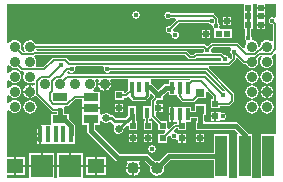
<source format=gbl>
G04 ================== begin FILE IDENTIFICATION RECORD ==================*
G04 Layout Name:  C:/Users/msahadat3/Dropbox/GATech/eTDS_PCB/allegro/ETDS_PCB_V1_4.brd*
G04 Film Name:    BOTTOM*
G04 File Format:  Gerber RS274X*
G04 File Origin:  Cadence Allegro 16.6-2015-S056*
G04 Origin Date:  Mon Oct 12 16:32:23 2015*
G04 *
G04 Layer:  VIA CLASS/BOTTOM*
G04 Layer:  PIN/BOTTOM*
G04 Layer:  ETCH/BOTTOM*
G04 *
G04 Offset:    (0.00 0.00)*
G04 Mirror:    No*
G04 Mode:      Positive*
G04 Rotation:  0*
G04 FullContactRelief:  No*
G04 UndefLineWidth:     5.00*
G04 ================== end FILE IDENTIFICATION RECORD ====================*
%FSLAX25Y25*MOIN*%
%IR0*IPPOS*OFA0.00000B0.00000*MIA0B0*SFA1.00000B1.00000*%
%ADD18C,.04*%
%ADD13C,.015*%
%ADD17C,.025*%
%ADD14C,.035*%
%ADD22R,.03937X.138*%
%ADD11R,.0748X.0748*%
%ADD21R,.012X.04*%
%ADD19R,.016X.036*%
%ADD20R,.028X.028*%
%ADD16R,.019X.019*%
%ADD15R,.049X.025*%
%ADD23R,.019X.019*%
%ADD12R,.01574X.05314*%
%ADD10R,.05709X.05118*%
%ADD24C,.01*%
%ADD25C,.005*%
%ADD28C,.02504*%
%ADD26C,.04504*%
%ADD27R,.06712X.0612*%
%ADD29R,.02904X.02904*%
G75*
%LPD*%
G75*
G36*
G01X749851Y1654901D02*
Y1655790D01*
X755956D01*
Y1661910D01*
X749851D01*
Y1677046D01*
G02X750575Y1677280I400J0D01*
G03Y1679920I1825J1320D01*
G02X749851Y1680154I-324J234D01*
G01Y1682046D01*
G02X750575Y1682280I400J0D01*
G03Y1684920I1825J1320D01*
G02X749851Y1685154I-324J234D01*
G01Y1687046D01*
G02X750575Y1687280I400J0D01*
G03Y1689920I1825J1320D01*
G02X749851Y1690154I-324J234D01*
G01Y1692046D01*
G02X750575Y1692280I400J0D01*
G03X753250Y1691514I1825J1320D01*
G01X753373Y1691565D01*
X754589Y1690348D01*
X755116D01*
G02X755461Y1689745I1J-400D01*
G03X758460Y1686613I1939J-1145D01*
G02X759048Y1686260I188J-353D01*
G01Y1685940D01*
G02X758460Y1685587I-400J0D01*
G03X759064Y1682082I-1060J-1987D01*
G02X759642Y1682095I295J-270D01*
G01X764989Y1676748D01*
X766348D01*
Y1676072D01*
X764648D01*
Y1672539D01*
X759691D01*
Y1666221D01*
X772509D01*
Y1672539D01*
X772472D01*
Y1672540D01*
X770552Y1674460D01*
Y1676072D01*
X768852D01*
Y1677500D01*
G03X768716Y1678067I-1252J0D01*
G02X769072Y1678648I356J181D01*
G01X770272D01*
X772672Y1681048D01*
X774948D01*
Y1672568D01*
X776648D01*
Y1669982D01*
X786282Y1660348D01*
X789776D01*
G02X790072Y1659680I-1J-400D01*
G03X793780I1854J-1680D01*
G02X794076Y1660348I297J268D01*
G01X795682D01*
X797381Y1658649D01*
X797357Y1658542D01*
G03X802243I2443J-542D01*
G01X802219Y1658649D01*
X804318Y1660748D01*
X818778D01*
Y1654901D01*
X775022D01*
Y1663092D01*
X766538D01*
Y1654901D01*
X765662D01*
Y1663092D01*
X757178D01*
Y1654901D01*
X749851D01*
G37*
G36*
G01X759339Y1692455D02*
G03X758937Y1695246I-1939J1145D01*
G01X758935Y1695248D01*
X758791Y1695392D01*
X759047Y1695648D01*
X809267D01*
X810567Y1694348D01*
X812433D01*
X813033Y1694948D01*
X820989D01*
X821258Y1694680D01*
X821251Y1694589D01*
G03X821295Y1694160I1249J-89D01*
G02X820910Y1693652I-385J-108D01*
G01X770933D01*
X769633Y1694952D01*
X765090D01*
X761990Y1691852D01*
X759684D01*
G02X759339Y1692455I-1J400D01*
G37*
G36*
G01X811189Y1695852D02*
X809889Y1697152D01*
X759836D01*
G02X759469Y1697710I0J400D01*
G03X759476Y1697726I-2060J911D01*
G01X759527Y1697848D01*
X815189D01*
X815358Y1697680D01*
X815351Y1697589D01*
G03X815449Y1697008I1249J-88D01*
G02X815081Y1696452I-368J-156D01*
G01X812411D01*
X811811Y1695852D01*
X811189D01*
G37*
G36*
G01X755211Y1696852D02*
X754435Y1697627D01*
X754486Y1697750D01*
G03X750575Y1699920I-2085J851D01*
G02X749851Y1700154I-324J234D01*
G01Y1712699D01*
X828848D01*
Y1704448D01*
X829298D01*
Y1704015D01*
X829198Y1703915D01*
Y1702351D01*
G03X829516Y1700551I1002J-751D01*
G02X829615Y1699973I-219J-335D01*
G03X829156Y1698406I1785J-1374D01*
G02X828475Y1698089I-398J-34D01*
G01X826712Y1699852D01*
X817889D01*
X816780Y1698742D01*
X816689Y1698749D01*
G03X816511I-89J-1249D01*
G01X816420Y1698742D01*
X815811Y1699352D01*
X759527D01*
X759476Y1699474D01*
G03X755654Y1697178I-2076J-874D01*
G01X755699Y1697123D01*
Y1696852D01*
X755211D01*
G37*
G36*
G01X822345Y1683992D02*
X822123Y1683770D01*
X822012Y1683798D01*
G03X821611Y1683835I-314J-1212D01*
G01X821520Y1683828D01*
X815997Y1689352D01*
X770241D01*
G02X769958Y1690034I0J400D01*
G01X770211Y1690288D01*
X770394D01*
X770454Y1690219D01*
G03X772531Y1691577I946J820D01*
G02X772892Y1692148I361J171D01*
G01X781814D01*
G02X782175Y1691577I0J-400D01*
G03X784307Y1690288I1131J-538D01*
G01X816050D01*
X822345Y1683992D01*
G37*
G36*
G01X823718Y1654901D02*
Y1669402D01*
X818778D01*
Y1663252D01*
X803282D01*
X800449Y1660419D01*
X800342Y1660443D01*
G03X799258I-542J-2443D01*
G01X799151Y1660419D01*
X796718Y1662852D01*
X787318D01*
X779152Y1671018D01*
Y1672568D01*
X780852D01*
Y1673417D01*
G02X781558Y1673674I400J0D01*
G03X784106Y1673529I1342J1126D01*
G02X784385Y1673526I138J-145D01*
G01X785264Y1672647D01*
G02X785532Y1672034I-67J-394D01*
G03X788739Y1671291I1468J-957D01*
G01X788727Y1671388D01*
X789666Y1672326D01*
G02X790348Y1672044I282J-283D01*
G01Y1670748D01*
X793252D01*
Y1673652D01*
X792802D01*
Y1676588D01*
X792674Y1676715D01*
Y1678902D01*
X790072D01*
Y1675715D01*
X789012Y1674656D01*
X786088D01*
X784942Y1675802D01*
X784338D01*
G03X781558Y1675926I-1437J-1002D01*
G02X780852Y1676183I-306J257D01*
G01Y1683552D01*
X778975D01*
G02X778728Y1684266I0J400D01*
G03X779247Y1687236I-1389J1773D01*
G02X779585Y1687848I339J212D01*
G01X780093D01*
G02X780431Y1687236I-1J-400D01*
G03X784247I1908J-1197D01*
G02X784585Y1687848I339J212D01*
G01X790071D01*
Y1683961D01*
X789162Y1683052D01*
X788752D01*
Y1683752D01*
X785848D01*
Y1680848D01*
X788752D01*
Y1681548D01*
X789784D01*
X790296Y1682060D01*
X791758Y1680598D01*
X796106D01*
X797492Y1681985D01*
Y1682898D01*
X797793D01*
X797891Y1682939D01*
X798848Y1681982D01*
Y1681911D01*
X797848Y1680911D01*
Y1678902D01*
X795190D01*
Y1674298D01*
X795740D01*
Y1673652D01*
X795348D01*
Y1670748D01*
X798252D01*
Y1673652D01*
X797242D01*
Y1674298D01*
X797792D01*
Y1674562D01*
G02X798134Y1674703I200J0D01*
G01X800248Y1672589D01*
Y1670748D01*
X802420D01*
G02X802703Y1670066I0J-400D01*
G01X802089Y1669452D01*
X800248D01*
Y1666548D01*
X803152D01*
Y1668389D01*
X803674Y1668911D01*
G02X804355Y1668670I283J-283D01*
G03X806167Y1667684I1245J130D01*
G02X806748Y1667327I181J-357D01*
G01Y1666548D01*
X809652D01*
Y1669452D01*
X806669D01*
G03X805730Y1670045I-1069J-652D01*
G02X805489Y1670726I42J398D01*
G01X806211Y1671448D01*
X806748D01*
Y1670748D01*
X809652D01*
Y1673498D01*
X811102D01*
Y1674748D01*
X813048D01*
Y1673652D01*
X812848D01*
Y1670748D01*
X815752D01*
Y1670948D01*
X825483D01*
X826783Y1669648D01*
X826681Y1669402D01*
X826652D01*
Y1654901D01*
X823718D01*
G37*
G36*
G01X831592D02*
Y1669402D01*
X830374D01*
Y1669597D01*
X826519Y1673452D01*
X815752D01*
Y1673652D01*
X815552D01*
Y1675698D01*
X816202D01*
Y1679502D01*
X812398D01*
Y1677468D01*
X812182Y1677252D01*
X811102D01*
Y1678502D01*
X803698D01*
Y1673498D01*
X806648D01*
Y1672952D01*
X805589D01*
X803834Y1671197D01*
G02X803151Y1671480I-283J283D01*
G01X803152Y1673652D01*
X801311D01*
X799352Y1675611D01*
Y1676648D01*
X801752D01*
Y1679552D01*
X799352D01*
Y1680289D01*
X799911Y1680848D01*
X801752D01*
Y1681982D01*
X803318Y1683548D01*
X803698D01*
Y1682298D01*
X806648D01*
Y1681739D01*
X808339Y1680048D01*
X812211D01*
X813461Y1681298D01*
X816202D01*
Y1683331D01*
G02X816884Y1683614I400J0D01*
G01X818548Y1681950D01*
Y1681052D01*
X817848D01*
Y1678148D01*
X820752D01*
Y1678848D01*
X824211D01*
X825652Y1680289D01*
Y1682811D01*
X816997Y1691466D01*
G02X817280Y1692148I283J282D01*
G01X824111D01*
X826252Y1694289D01*
Y1694603D01*
G02X826593Y1694744I200J0D01*
G01X828489Y1692848D01*
X829273D01*
X829324Y1692726D01*
G03X833489Y1694441I2076J874D01*
G01X833440Y1694563D01*
X834225Y1695348D01*
X834699D01*
Y1695077D01*
X834654Y1695022D01*
G03X838058Y1695124I1746J-1422D01*
G01X837928Y1695265D01*
X838917Y1696254D01*
G02X839600Y1695972I283J-282D01*
G01Y1669402D01*
X834526D01*
Y1654901D01*
X831592D01*
G37*
G36*
G01X800300Y1684070D02*
X797918Y1686452D01*
X797793D01*
Y1687848D01*
X810803D01*
G02X810944Y1687507I0J-200D01*
G01X810739Y1687302D01*
X803698D01*
Y1686052D01*
X802282D01*
X800300Y1684070D01*
G37*
G36*
G01X824399Y1694561D02*
G02X823725Y1694761I-283J283D01*
G03X822411Y1695749I-1225J-261D01*
G01X822320Y1695742D01*
X821611Y1696452D01*
X818119D01*
G02X817751Y1697008I0J400D01*
G03X817849Y1697589I-1151J493D01*
G01X817842Y1697680D01*
X818511Y1698348D01*
X824223D01*
G02X824533Y1697695I0J-400D01*
G03X824748Y1695899I967J-795D01*
G01Y1694911D01*
X824399Y1694561D01*
G37*
G36*
G01X837852Y1700322D02*
G03X834167Y1698889I-1452J-1722D01*
G01X834158Y1698822D01*
X833845Y1698508D01*
X833651Y1698702D01*
X833645Y1698776D01*
G03X831746Y1700825I-2245J-176D01*
G02X831419Y1701312I62J395D01*
G03X831202Y1702351I-1219J288D01*
G01Y1703085D01*
X831302Y1703185D01*
Y1704448D01*
X831752D01*
Y1712699D01*
X833048D01*
Y1704448D01*
X835952D01*
Y1712699D01*
X839600D01*
Y1708514D01*
G02X838958Y1708196I-400J0D01*
G03X838289Y1705950I-758J-997D01*
G01X838380Y1705957D01*
X838510Y1705827D01*
Y1700627D01*
G02X837852Y1700322I-400J1D01*
G37*
%LPC*%
G75*
G36*
G01X805654Y1703620D02*
G02X804666Y1702564I252J-1226D01*
G03X804189Y1703011I-396J55D01*
G02X804026Y1705486I-252J1226D01*
G01X804117Y1705479D01*
X806103Y1707466D01*
G03X805820Y1708148I-283J282D01*
G01X804501D01*
G02Y1709652I-1001J752D01*
G01X818711D01*
X818911Y1709452D01*
X818933D01*
X820251Y1708133D01*
Y1706501D01*
G02X820616Y1704933I-751J-1001D01*
G03X820973Y1704352I357J-181D01*
G01X824752D01*
Y1701448D01*
X818948D01*
Y1704376D01*
G02X818249Y1705542I552J1124D01*
G03X817886Y1705953I-400J13D01*
G02X816999Y1706448I114J1247D01*
G01X807211D01*
X805179Y1704417D01*
X805186Y1704326D01*
G02X805177Y1704067I-1249J-86D01*
G03X805654Y1703620I396J-55D01*
G37*
G36*
G01X820752Y1674056D02*
Y1673948D01*
X817848D01*
Y1676852D01*
X820752D01*
G03X821284Y1676481I400J6D01*
G02X821055Y1674227I416J-1181D01*
G03X820752Y1674056I-103J-171D01*
G37*
G54D28*
X792800Y1709100D03*
X798032Y1664432D03*
G54D26*
X757400Y1678600D03*
X836400D03*
X831400D03*
X836400Y1683600D03*
X831400D03*
X836400Y1688600D03*
X831400D03*
G54D27*
X779600Y1658850D03*
G54D29*
X816200Y1702900D03*
X823300Y1707100D03*
X787300Y1678100D03*
X796800Y1668000D03*
X791800D03*
X814300D03*
%LPD*%
G75*
G54D10*
X752600Y1658850D03*
X779600D03*
G54D20*
X814300Y1677600D03*
Y1683200D03*
G54D11*
X761420Y1658850D03*
X770780D03*
G54D12*
X760980Y1669380D03*
X771220D03*
X768650D03*
X763540D03*
X766100D03*
G54D21*
X804800Y1676000D03*
X807400D03*
X810000D03*
Y1684800D03*
X807400D03*
X804800D03*
G54D22*
X821248Y1662000D03*
X836996D03*
X829122D03*
G54D13*
G01X767600Y1674320D02*
X768922D01*
X771220Y1672022D01*
Y1669380D01*
G01X767600Y1674320D02*
Y1677500D01*
G01X799800Y1658000D02*
X796200Y1661600D01*
X786800D01*
X777900Y1670500D01*
Y1674320D01*
G01X799800Y1658000D02*
X803800Y1662000D01*
X821248D01*
G01X796491Y1685200D02*
X797400D01*
X800300Y1682300D01*
G01X804800Y1684800D02*
X802800D01*
X800300Y1682300D01*
G01X810000Y1676000D02*
X812700D01*
X814300Y1677600D01*
G01D02*
Y1672200D01*
G01D02*
X826001D01*
X829122Y1669079D01*
Y1662000D01*
X752400Y1658400D03*
X759708Y1663754D03*
X754708D03*
X759708Y1675754D03*
X754708D03*
X759708Y1671754D03*
X754708D03*
X759708Y1667754D03*
X754708D03*
Y1703754D03*
Y1707754D03*
X768200Y1658200D03*
X773200Y1656600D03*
X761600Y1658600D03*
X764708Y1663754D03*
X767600Y1677500D03*
X767900Y1692600D03*
X771400Y1691039D03*
X767600Y1681800D03*
X769708Y1703754D03*
Y1707754D03*
X778400Y1663600D03*
X774708Y1671754D03*
Y1667754D03*
X775600Y1691200D03*
X783306Y1691039D03*
X782200Y1694600D03*
X783000Y1710400D03*
X798032Y1664432D03*
X792400Y1665200D03*
X789000Y1665000D03*
X800300Y1678100D03*
X793932Y1685200D03*
X800215Y1685215D03*
X799708Y1703754D03*
X794708D03*
X789708D03*
X792800Y1709100D03*
X799708Y1707754D03*
X813200Y1657400D03*
X805600Y1668800D03*
X805906Y1702394D03*
X811600Y1697000D03*
X809708Y1703754D03*
X803937Y1704237D03*
X807600Y1711400D03*
X803500Y1708900D03*
X824708Y1659754D03*
X821700Y1675300D03*
X824708Y1675754D03*
X825200Y1668600D03*
X818600Y1691400D03*
X821700Y1682586D03*
X825000Y1705000D03*
X819200Y1697400D03*
X825500Y1696900D03*
X816600Y1697500D03*
X822500Y1694500D03*
X818000Y1707200D03*
X819500Y1705500D03*
X820354Y1702854D03*
X823300Y1702900D03*
X829708Y1675754D03*
Y1671754D03*
X830200Y1705600D03*
Y1701600D03*
X833800Y1701400D03*
X836600Y1703600D03*
X838200Y1707199D03*
X830300Y1711300D03*
G54D23*
X820400Y1702900D03*
X816200D03*
X834500Y1705900D03*
X830300D03*
X834500Y1711300D03*
X830300D03*
X834500Y1708700D03*
X830300D03*
G54D14*
X757400Y1678600D03*
X752400D03*
X757400Y1683600D03*
X752400D03*
X757400Y1688600D03*
X752400D03*
X757400Y1693600D03*
X752400D03*
X762339Y1686039D03*
X757400Y1698600D03*
X752400D03*
X767339Y1686039D03*
X772339D03*
X777339D03*
X782339D03*
X836400Y1678600D03*
X831400D03*
X836400Y1683600D03*
X831400D03*
X836400Y1688600D03*
X831400D03*
X836400Y1693600D03*
X831400D03*
X836400Y1698600D03*
X831400D03*
G54D24*
G01X787000Y1671077D02*
X789211Y1673288D01*
G01D02*
X788845Y1673654D01*
X785673D01*
X784527Y1674800D01*
X782900D01*
G01X791373Y1676600D02*
Y1675600D01*
X789689Y1673916D01*
Y1673766D01*
X789211Y1673288D01*
G01X791800Y1672200D02*
Y1676173D01*
X791373Y1676600D01*
G01Y1685200D02*
Y1684200D01*
G01X796491Y1685200D02*
Y1682400D01*
X795691Y1681600D01*
X792173D01*
X791373Y1682400D01*
Y1684200D01*
G01X830200Y1701600D02*
Y1703500D01*
X830300Y1703600D01*
Y1705900D01*
G01D02*
Y1708700D01*
G01D02*
Y1711300D01*
G54D15*
X767600Y1674320D03*
Y1681800D03*
X777900Y1674320D03*
Y1678060D03*
Y1681800D03*
G54D25*
G01X756978Y1658850D02*
X761420D01*
G01X752600Y1655589D02*
Y1658850D01*
G01D02*
Y1662111D01*
G01Y1658850D02*
X756157D01*
G01X759491Y1669380D02*
X760980D01*
G01X767900Y1692600D02*
X763839Y1688539D01*
X761303D01*
X759800Y1687036D01*
Y1684736D01*
X759900Y1684636D01*
Y1682900D01*
X765300Y1677500D01*
X767600D01*
G01X757400Y1681148D02*
Y1683600D01*
G01D02*
Y1686052D01*
G01X754948Y1683600D02*
X757400D01*
G01X825500Y1696900D02*
Y1694600D01*
X823800Y1692900D01*
X770622D01*
X769322Y1694200D01*
X765401D01*
X762301Y1691100D01*
X754900D01*
X752400Y1693600D01*
G01X816600Y1697500D02*
X815500Y1698600D01*
X757400D01*
G01X752400D02*
X754900Y1696100D01*
X758436D01*
X758736Y1696400D01*
X809578D01*
X810878Y1695100D01*
X812122D01*
X812722Y1695700D01*
X821300D01*
X822500Y1694500D01*
G01X770780Y1658850D02*
Y1663292D01*
G01X766338Y1658850D02*
X770780D01*
G01D02*
X775222D01*
G01X761420D02*
Y1663292D01*
G01Y1658850D02*
X765862D01*
G01X760980Y1666021D02*
Y1669380D01*
G01D02*
Y1672739D01*
G01X777900Y1681800D02*
X772361D01*
X769961Y1679400D01*
X765239D01*
X764000Y1680639D01*
Y1682961D01*
X764839Y1683800D01*
Y1687075D01*
X766303Y1688539D01*
X767400D01*
X769900Y1691039D01*
X771400D01*
G01X821700Y1682586D02*
X815686Y1688600D01*
X769900D01*
X767339Y1686039D01*
G01X779600Y1655589D02*
Y1658850D01*
G01D02*
Y1662111D01*
G01X776043Y1658850D02*
X779600D01*
G01D02*
X783157D01*
G01X774748Y1678060D02*
X777900D01*
G01D02*
X781052D01*
G01X785648Y1678100D02*
X787300D01*
G01X782339Y1683587D02*
Y1686039D01*
G01X779887D02*
X782339D01*
G01D02*
X784791D01*
G01X819300Y1679600D02*
X823900D01*
X824900Y1680600D01*
Y1682500D01*
X816361Y1691039D01*
X783306D01*
G01X791800Y1666348D02*
Y1668000D01*
G01X796800Y1666348D02*
Y1668000D01*
G01X791926Y1655298D02*
Y1658000D01*
G01X789224D02*
X791926D01*
G01D02*
X794628D01*
G01X791800Y1668000D02*
Y1669652D01*
G01X790148Y1668000D02*
X791800D01*
G01D02*
X793452D01*
G01X796800D02*
Y1669652D01*
G01X795148Y1668000D02*
X796800D01*
G01D02*
X798452D01*
G01X787300Y1676448D02*
Y1678100D01*
G01D02*
Y1679752D01*
G01Y1678100D02*
X788952D01*
G01X796491Y1676600D02*
Y1672509D01*
X796800Y1672200D01*
G01X800300Y1682300D02*
X798600Y1680600D01*
Y1675300D01*
X801700Y1672200D01*
G01X787300Y1682300D02*
X789473D01*
X791373Y1684200D01*
G01X808200Y1666348D02*
Y1668000D01*
G01X812648D02*
X814300D01*
G01X808200D02*
Y1669652D01*
G01Y1668000D02*
X809852D01*
G01X800300Y1676448D02*
Y1678100D01*
G01D02*
Y1679752D01*
G01Y1678100D02*
X801952D01*
G01X804800Y1673298D02*
Y1676000D01*
G01D02*
Y1678702D01*
G01X803498Y1676000D02*
X804800D01*
G01X807400D02*
Y1673000D01*
X808200Y1672200D01*
G01D02*
X805900D01*
X801700Y1668000D01*
G01X814300Y1683200D02*
X811900Y1680800D01*
X808650D01*
X807400Y1682050D01*
Y1684800D01*
G01X819300Y1679600D02*
Y1682261D01*
X814561Y1687000D01*
X811500D01*
X810000Y1685500D01*
Y1684800D01*
G01X803937Y1704237D02*
X806900Y1707200D01*
X818000D01*
G01X819500Y1705500D02*
Y1707822D01*
X818622Y1708700D01*
X818600D01*
X818400Y1708900D01*
X803500D01*
G01X814300Y1666348D02*
Y1668000D01*
G01X819300Y1673748D02*
Y1675400D01*
G01D02*
Y1677052D01*
G01X817648Y1675400D02*
X819300D01*
G01X814300Y1668000D02*
Y1669652D01*
G01Y1668000D02*
X815952D01*
G01X823300Y1705448D02*
Y1707100D01*
G01X816200Y1701248D02*
Y1702900D01*
G01D02*
Y1704552D01*
G01X814548Y1702900D02*
X816200D01*
G01D02*
X817852D01*
G01X831400Y1693600D02*
X828800D01*
X825500Y1696900D01*
G01X816600Y1697500D02*
X818200Y1699100D01*
X826401D01*
X829401Y1696100D01*
X832499D01*
X834999Y1698600D01*
X836400D01*
G01X823300Y1707100D02*
Y1708752D01*
G01X821648Y1707100D02*
X823300D01*
G01D02*
X824952D01*
G01X836400Y1681148D02*
Y1683600D01*
G01D02*
Y1686052D01*
G01X833948Y1683600D02*
X836400D01*
G01D02*
X838852D01*
G01X831400Y1693600D02*
X832900Y1695100D01*
X832914D01*
X833914Y1696100D01*
X837700D01*
X839261Y1697661D01*
Y1706138D01*
X838200Y1707199D01*
G01X834500Y1704248D02*
Y1705900D01*
G01X832848D02*
X834500D01*
G01D02*
X836152D01*
G01X832848Y1708700D02*
X834500D01*
G01D02*
X836152D01*
G01X832848Y1711300D02*
X834500D01*
G01D02*
X836152D01*
G54D16*
X787300Y1678100D03*
Y1682300D03*
X796800Y1668000D03*
Y1672200D03*
X791800Y1668000D03*
Y1672200D03*
X800300Y1678100D03*
Y1682300D03*
X808200Y1668000D03*
Y1672200D03*
X801700Y1668000D03*
Y1672200D03*
X814300Y1668000D03*
Y1672200D03*
X819300Y1675400D03*
Y1679600D03*
X823300Y1707100D03*
Y1702900D03*
G54D17*
X787000Y1671077D03*
X782900Y1674800D03*
G54D18*
X791926Y1658000D03*
X799800D03*
G54D19*
X791373Y1676600D03*
X796491D03*
Y1685200D03*
X793932D03*
X791373D03*
M02*

</source>
